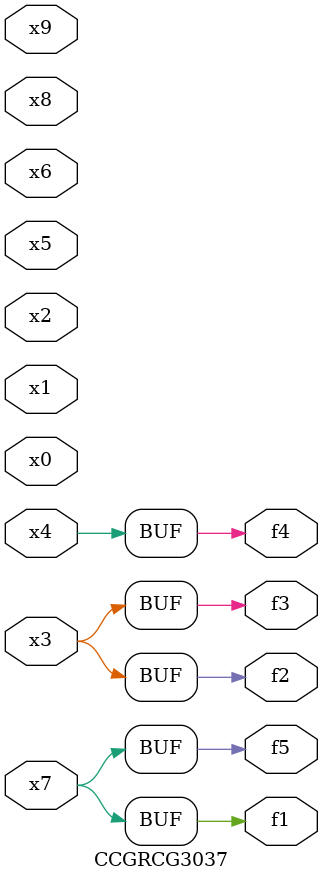
<source format=v>
module CCGRCG3037(
	input x0, x1, x2, x3, x4, x5, x6, x7, x8, x9,
	output f1, f2, f3, f4, f5
);
	assign f1 = x7;
	assign f2 = x3;
	assign f3 = x3;
	assign f4 = x4;
	assign f5 = x7;
endmodule

</source>
